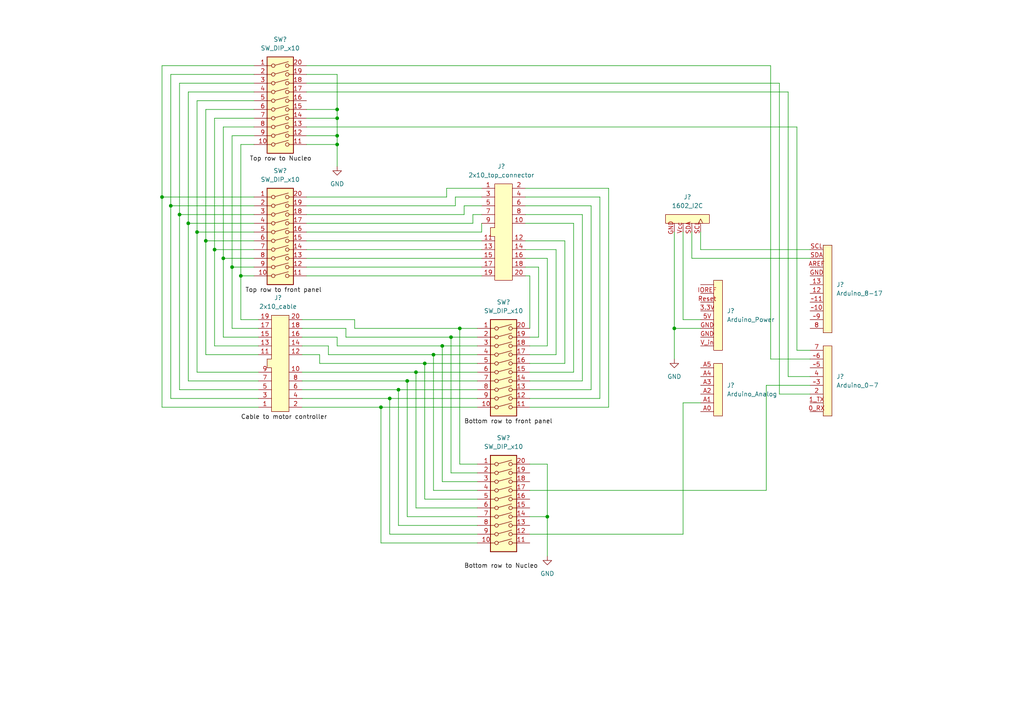
<source format=kicad_sch>
(kicad_sch (version 20211123) (generator eeschema)
  (paper "A4")
  (lib_symbols
    (symbol "Switch:SW_DIP_x10" (pin_names (offset 0) hide)
      (property "Reference" "SW" (at 0 16.51 0))
      (property "Value" "SW_DIP_x10" (at 0 -13.97 0))
      (symbol "SW_DIP_x10_0_0"
        (circle (center -2.032 -10.16) (radius 0.508))
        (circle (center -2.032 -7.62) (radius 0.508))
        (circle (center -2.032 -5.08) (radius 0.508))
        (circle (center -2.032 -2.54) (radius 0.508))
        (circle (center -2.032 0) (radius 0.508))
        (circle (center -2.032 2.54) (radius 0.508))
        (circle (center -2.032 5.08) (radius 0.508))
        (circle (center -2.032 7.62) (radius 0.508))
        (circle (center -2.032 10.16) (radius 0.508))
        (circle (center -2.032 12.7) (radius 0.508))
        (polyline (pts (xy -1.524 -10.0076) (xy 2.3622 -8.9662)))
        (polyline (pts (xy -1.524 -7.4676) (xy 2.3622 -6.4262)))
        (polyline (pts (xy -1.524 -4.9276) (xy 2.3622 -3.8862)))
        (polyline (pts (xy -1.524 -2.3876) (xy 2.3622 -1.3462)))
        (polyline (pts (xy -1.524 0.127) (xy 2.3622 1.1684)))
        (polyline (pts (xy -1.524 2.667) (xy 2.3622 3.7084)))
        (polyline (pts (xy -1.524 5.207) (xy 2.3622 6.2484)))
        (polyline (pts (xy -1.524 7.747) (xy 2.3622 8.7884)))
        (polyline (pts (xy -1.524 10.287) (xy 2.3622 11.3284)))
        (polyline (pts (xy -1.524 12.827) (xy 2.3622 13.8684)))
        (circle (center 2.032 -10.16) (radius 0.508))
        (circle (center 2.032 -7.62) (radius 0.508))
        (circle (center 2.032 -5.08) (radius 0.508))
        (circle (center 2.032 -2.54) (radius 0.508))
        (circle (center 2.032 0) (radius 0.508))
        (circle (center 2.032 2.54) (radius 0.508))
        (circle (center 2.032 5.08) (radius 0.508))
        (circle (center 2.032 7.62) (radius 0.508))
        (circle (center 2.032 10.16) (radius 0.508))
        (circle (center 2.032 12.7) (radius 0.508))
      )
      (symbol "SW_DIP_x10_0_1"
        (rectangle (start -3.81 15.24) (end 3.81 -12.7) (stroke (width 0.254)) (fill (type background)))
      )
      (symbol "SW_DIP_x10_1_1"
        (pin passive line (at -7.62 12.7 0) (length 5.08) (name "~") (number "1"))
        (pin passive line (at -7.62 -10.16 0) (length 5.08) (name "~") (number "10"))
        (pin passive line (at 7.62 -10.16 180) (length 5.08) (name "~") (number "11"))
        (pin passive line (at 7.62 -7.62 180) (length 5.08) (name "~") (number "12"))
        (pin passive line (at 7.62 -5.08 180) (length 5.08) (name "~") (number "13"))
        (pin passive line (at 7.62 -2.54 180) (length 5.08) (name "~") (number "14"))
        (pin passive line (at 7.62 0 180) (length 5.08) (name "~") (number "15"))
        (pin passive line (at 7.62 2.54 180) (length 5.08) (name "~") (number "16"))
        (pin passive line (at 7.62 5.08 180) (length 5.08) (name "~") (number "17"))
        (pin passive line (at 7.62 7.62 180) (length 5.08) (name "~") (number "18"))
        (pin passive line (at 7.62 10.16 180) (length 5.08) (name "~") (number "19"))
        (pin passive line (at -7.62 10.16 0) (length 5.08) (name "~") (number "2"))
        (pin passive line (at 7.62 12.7 180) (length 5.08) (name "~") (number "20"))
        (pin passive line (at -7.62 7.62 0) (length 5.08) (name "~") (number "3"))
        (pin passive line (at -7.62 5.08 0) (length 5.08) (name "~") (number "4"))
        (pin passive line (at -7.62 2.54 0) (length 5.08) (name "~") (number "5"))
        (pin passive line (at -7.62 0 0) (length 5.08) (name "~") (number "6"))
        (pin passive line (at -7.62 -2.54 0) (length 5.08) (name "~") (number "7"))
        (pin passive line (at -7.62 -5.08 0) (length 5.08) (name "~") (number "8"))
        (pin passive line (at -7.62 -7.62 0) (length 5.08) (name "~") (number "9"))
      )
    )
    (symbol "Treadmill:1602_I2C" (pin_names hide)
      (property "Reference" "J" (at 7.62 0 0))
      (property "Value" "1602_I2C" (at 0 2.54 0))
      (symbol "1602_I2C_0_1"
        (rectangle (start -6.35 -1.27) (end 6.35 1.27) (fill (type background)))
      )
      (symbol "1602_I2C_1_1"
        (pin passive line (at -3.81 -3.81 90) (length 2.54) (name "GND") (number "GND"))
        (pin passive clock (at 3.81 -3.81 90) (length 2.54) (name "SCL") (number "SCL"))
        (pin passive line (at 1.27 -3.81 90) (length 2.54) (name "SDA") (number "SDA"))
        (pin power_in line (at -1.27 -3.81 90) (length 2.54) (name "Vcc") (number "Vcc"))
      )
    )
    (symbol "Treadmill:2x10_cable" (pin_names (offset 1.016) hide)
      (property "Reference" "J" (at 0 16.51 0))
      (property "Value" "2x10_cable" (at 0 -16.51 0))
      (symbol "2x10_cable_0_1"
        (polyline (pts (xy -3.81 1.27) (xy -3.81 -1.27) (xy -2.54 -1.27) (xy -2.54 -13.97) (xy 2.54 -13.97) (xy 2.54 13.97) (xy -2.54 13.97) (xy -2.54 1.27) (xy -3.81 1.27)) (fill (type background)))
      )
      (symbol "2x10_cable_1_1"
        (pin passive line (at -6.35 -12.7 0) (length 3.81) (name "Pin_1") (number "1"))
        (pin passive line (at 6.35 -2.54 180) (length 3.81) (name "Pin_10") (number "10"))
        (pin passive line (at -6.35 2.54 0) (length 3.81) (name "Pin_11") (number "11"))
        (pin passive line (at 6.35 2.54 180) (length 3.81) (name "Pin_12") (number "12"))
        (pin passive line (at -6.35 5.08 0) (length 3.81) (name "Pin_13") (number "13"))
        (pin passive line (at 6.35 5.08 180) (length 3.81) (name "Pin_14") (number "14"))
        (pin passive line (at -6.35 7.62 0) (length 3.81) (name "Pin_15") (number "15"))
        (pin passive line (at 6.35 7.62 180) (length 3.81) (name "Pin_16") (number "16"))
        (pin passive line (at -6.35 10.16 0) (length 3.81) (name "Pin_17") (number "17"))
        (pin passive line (at 6.35 10.16 180) (length 3.81) (name "Pin_18") (number "18"))
        (pin passive line (at -6.35 12.7 0) (length 3.81) (name "Pin_19") (number "19"))
        (pin passive line (at 6.35 -12.7 180) (length 3.81) (name "Pin_2") (number "2"))
        (pin passive line (at 6.35 12.7 180) (length 3.81) (name "Pin_20") (number "20"))
        (pin passive line (at -6.35 -10.16 0) (length 3.81) (name "Pin_3") (number "3"))
        (pin passive line (at 6.35 -10.16 180) (length 3.81) (name "Pin_4") (number "4"))
        (pin passive line (at -6.35 -7.62 0) (length 3.81) (name "Pin_5") (number "5"))
        (pin passive line (at 6.35 -7.62 180) (length 3.81) (name "Pin_6") (number "6"))
        (pin passive line (at -6.35 -5.08 0) (length 3.81) (name "Pin_7") (number "7"))
        (pin passive line (at 6.35 -5.08 180) (length 3.81) (name "Pin_8") (number "8"))
        (pin passive line (at -6.35 -2.54 0) (length 3.81) (name "Pin_9") (number "9"))
      )
    )
    (symbol "Treadmill:2x10_top_connector" (pin_names hide)
      (property "Reference" "J" (at 0 15.875 0))
      (property "Value" "2x10_top_connector" (at 0 -16.51 0))
      (symbol "2x10_top_connector_0_1"
        (polyline (pts (xy -3.81 1.27) (xy -3.81 -1.27) (xy -2.54 -1.27) (xy -2.54 -13.97) (xy 2.54 -13.97) (xy 2.54 13.97) (xy -2.54 13.97) (xy -2.54 1.27) (xy -3.81 1.27)) (fill (type background)))
      )
      (symbol "2x10_top_connector_1_1"
        (pin passive line (at -6.35 12.7 0) (length 3.81) (name "Pin_1") (number "1"))
        (pin passive line (at 6.35 2.54 180) (length 3.81) (name "Pin_10") (number "10"))
        (pin passive line (at -6.35 -2.54 0) (length 3.81) (name "Pin_11") (number "11"))
        (pin passive line (at 6.35 -2.54 180) (length 3.81) (name "Pin_12") (number "12"))
        (pin passive line (at -6.35 -5.08 0) (length 3.81) (name "Pin_13") (number "13"))
        (pin passive line (at 6.35 -5.08 180) (length 3.81) (name "Pin_14") (number "14"))
        (pin passive line (at -6.35 -7.62 0) (length 3.81) (name "Pin_15") (number "15"))
        (pin passive line (at 6.35 -7.62 180) (length 3.81) (name "Pin_16") (number "16"))
        (pin passive line (at -6.35 -10.16 0) (length 3.81) (name "Pin_17") (number "17"))
        (pin passive line (at 6.35 -10.16 180) (length 3.81) (name "Pin_18") (number "18"))
        (pin passive line (at -6.35 -12.7 0) (length 3.81) (name "Pin_19") (number "19"))
        (pin passive line (at 6.35 12.7 180) (length 3.81) (name "Pin_2") (number "2"))
        (pin passive line (at 6.35 -12.7 180) (length 3.81) (name "Pin_20") (number "20"))
        (pin passive line (at -6.35 10.16 0) (length 3.81) (name "Pin_3") (number "3"))
        (pin passive line (at 6.35 10.16 180) (length 3.81) (name "Pin_4") (number "4"))
        (pin passive line (at -6.35 7.62 0) (length 3.81) (name "Pin_5") (number "5"))
        (pin passive line (at 6.35 7.62 180) (length 3.81) (name "Pin_6") (number "6"))
        (pin passive line (at -6.35 5.08 0) (length 3.81) (name "Pin_7") (number "7"))
        (pin passive line (at 6.35 5.08 180) (length 3.81) (name "Pin_8") (number "8"))
        (pin passive line (at -6.35 2.54 0) (length 3.81) (name "Pin_9") (number "9"))
      )
    )
    (symbol "Treadmill:Arduino_0-7" (pin_names hide)
      (property "Reference" "J" (at 0 11.43 0))
      (property "Value" "Arduino_0-7" (at 0 -11.43 0))
      (symbol "Arduino_0-7_0_1"
        (rectangle (start -1.27 10.16) (end 1.27 -10.16) (fill (type background)))
      )
      (symbol "Arduino_0-7_1_1"
        (pin passive line (at -5.08 -8.89 0) (length 3.81) (name "Pin_0") (number "0_RX"))
        (pin passive line (at -5.08 -6.35 0) (length 3.81) (name "Pin_1") (number "1_TX"))
        (pin passive line (at -5.08 -3.81 0) (length 3.81) (name "Pin_2") (number "2"))
        (pin passive line (at -5.08 1.27 0) (length 3.81) (name "Pin_4") (number "4"))
        (pin passive line (at -5.08 8.89 0) (length 3.81) (name "Pin_7") (number "7"))
        (pin passive line (at -5.08 -1.27 0) (length 3.81) (name "Pin_3") (number "~3"))
        (pin passive line (at -5.08 3.81 0) (length 3.81) (name "Pin_5") (number "~5"))
        (pin passive line (at -5.08 6.35 0) (length 3.81) (name "Pin_6") (number "~6"))
      )
    )
    (symbol "Treadmill:Arduino_8-17" (pin_names hide)
      (property "Reference" "J" (at 0 13.97 0))
      (property "Value" "Arduino_8-17" (at -1.27 -13.97 0))
      (symbol "Arduino_8-17_0_1"
        (rectangle (start -1.27 12.7) (end 1.27 -12.7) (fill (type background)))
      )
      (symbol "Arduino_8-17_1_1"
        (pin passive line (at -5.08 -1.27 0) (length 3.81) (name "Pin_12") (number "12"))
        (pin passive line (at -5.08 1.27 0) (length 3.81) (name "Pin_13") (number "13"))
        (pin passive line (at -5.08 -11.43 0) (length 3.81) (name "Pin_8") (number "8"))
        (pin passive line (at -5.08 6.35 0) (length 3.81) (name "Pin_15") (number "AREF"))
        (pin passive line (at -5.08 3.81 0) (length 3.81) (name "Pin_14") (number "GND"))
        (pin passive line (at -5.08 11.43 0) (length 3.81) (name "Pin_17") (number "SCL"))
        (pin passive line (at -5.08 8.89 0) (length 3.81) (name "Pin_16") (number "SDA"))
        (pin passive line (at -5.08 -6.35 0) (length 3.81) (name "Pin_10") (number "~10"))
        (pin passive line (at -5.08 -3.81 0) (length 3.81) (name "Pin_11") (number "~11"))
        (pin passive line (at -5.08 -8.89 0) (length 3.81) (name "Pin_9") (number "~9"))
      )
    )
    (symbol "Treadmill:Arduino_Analog" (pin_names hide)
      (property "Reference" "J" (at 0 8.89 0))
      (property "Value" "Arduino_Analog" (at 0 -10.16 0))
      (symbol "Arduino_Analog_0_1"
        (rectangle (start -1.27 7.62) (end 1.27 -7.62) (fill (type background)))
      )
      (symbol "Arduino_Analog_1_1"
        (pin passive line (at -5.08 -6.35 0) (length 3.81) (name "Pin_A0") (number "A0"))
        (pin passive line (at -5.08 -3.81 0) (length 3.81) (name "Pin_A1") (number "A1"))
        (pin passive line (at -5.08 -1.27 0) (length 3.81) (name "Pin_A2") (number "A2"))
        (pin passive line (at -5.08 1.27 0) (length 3.81) (name "Pin_A3") (number "A3"))
        (pin passive line (at -5.08 3.81 0) (length 3.81) (name "Pin_A4") (number "A4"))
        (pin passive line (at -5.08 6.35 0) (length 3.81) (name "Pin_A5") (number "A5"))
      )
    )
    (symbol "Treadmill:Arduino_Power" (pin_names hide)
      (property "Reference" "J" (at 0 11.43 0))
      (property "Value" "Arduino_Power" (at 0 -11.43 0))
      (symbol "Arduino_Power_0_1"
        (rectangle (start -1.27 10.16) (end 1.27 -10.16) (fill (type background)))
      )
      (symbol "Arduino_Power_1_1"
        (pin passive line (at -5.08 8.89 0) (length 3.81) (name "?") (number ""))
        (pin power_out line (at -5.08 1.27 0) (length 3.81) (name "3.3V") (number "3.3V"))
        (pin power_out line (at -5.08 -1.27 0) (length 3.81) (name "5V") (number "5V"))
        (pin passive line (at -5.08 -6.35 0) (length 3.81) (name "GND1") (number "GND"))
        (pin passive line (at -5.08 -3.81 0) (length 3.81) (name "GND2") (number "GND"))
        (pin passive line (at -5.08 6.35 0) (length 3.81) (name "IOREF") (number "IOREF"))
        (pin passive line (at -5.08 3.81 0) (length 3.81) (name "Reset") (number "Reset"))
        (pin power_in line (at -5.08 -8.89 0) (length 3.81) (name "V_in") (number "V_in"))
      )
    )
    (symbol "power:GND" (power) (pin_names (offset 0))
      (property "Value" "GND" (at 0 -3.81 0))
      (symbol "GND_0_1"
        (polyline (pts (xy 0 0) (xy 0 -1.27) (xy 1.27 -1.27) (xy 0 -2.54) (xy -1.27 -1.27) (xy 0 -1.27)))
      )
      (symbol "GND_1_1"
        (pin power_in line (at 0 0 270) (length 0) hide (name "GND") (number "1"))
      )
    )
  )
  (junction (at 133.35 95.25))
  (junction (at 128.27 100.33))
  (junction (at 97.79 41.91))
  (junction (at 59.69 69.85))
  (junction (at 69.85 80.01))
  (junction (at 125.73 102.87))
  (junction (at 113.03 115.57))
  (junction (at 123.19 105.41))
  (junction (at 52.07 62.23))
  (junction (at 57.15 67.31))
  (junction (at 195.58 95.25))
  (junction (at 46.99 57.15))
  (junction (at 97.79 39.37))
  (junction (at 64.77 74.93))
  (junction (at 130.81 97.79))
  (junction (at 97.79 31.75))
  (junction (at 115.57 113.03))
  (junction (at 54.61 64.77))
  (junction (at 97.79 34.29))
  (junction (at 110.49 118.11))
  (junction (at 62.23 72.39))
  (junction (at 49.53 59.69))
  (junction (at 120.65 107.95))
  (junction (at 158.75 149.86))
  (junction (at 67.31 77.47))
  (junction (at 118.11 110.49))
  (wire (pts (xy 203.2 67.31) (xy 203.2 72.39)))
  (wire (pts (xy 87.63 92.71) (xy 102.87 92.71)))
  (wire (pts (xy 195.58 95.25) (xy 203.2 95.25)))
  (wire (pts (xy 69.85 80.01) (xy 73.66 80.01)))
  (wire (pts (xy 74.93 115.57) (xy 49.53 115.57)))
  (wire (pts (xy 223.52 104.14) (xy 234.95 104.14)))
  (wire (pts (xy 88.9 26.67) (xy 228.6 26.67)))
  (wire (pts (xy 134.62 62.23) (xy 134.62 59.69)))
  (wire (pts (xy 166.37 64.77) (xy 166.37 107.95)))
  (wire (pts (xy 95.25 100.33) (xy 95.25 102.87)))
  (wire (pts (xy 54.61 64.77) (xy 73.66 64.77)))
  (wire (pts (xy 88.9 41.91) (xy 97.79 41.91)))
  (wire (pts (xy 87.63 102.87) (xy 92.71 102.87)))
  (wire (pts (xy 100.33 95.25) (xy 100.33 97.79)))
  (wire (pts (xy 115.57 113.03) (xy 138.43 113.03)))
  (wire (pts (xy 139.7 67.31) (xy 139.7 64.77)))
  (wire (pts (xy 120.65 107.95) (xy 138.43 107.95)))
  (wire (pts (xy 67.31 95.25) (xy 67.31 77.47)))
  (wire (pts (xy 62.23 100.33) (xy 62.23 72.39)))
  (wire (pts (xy 228.6 26.67) (xy 228.6 109.22)))
  (wire (pts (xy 110.49 157.48) (xy 110.49 118.11)))
  (wire (pts (xy 88.9 39.37) (xy 97.79 39.37)))
  (wire (pts (xy 138.43 152.4) (xy 115.57 152.4)))
  (wire (pts (xy 46.99 57.15) (xy 46.99 19.05)))
  (wire (pts (xy 156.21 77.47) (xy 152.4 77.47)))
  (wire (pts (xy 113.03 115.57) (xy 138.43 115.57)))
  (wire (pts (xy 100.33 97.79) (xy 130.81 97.79)))
  (wire (pts (xy 64.77 74.93) (xy 73.66 74.93)))
  (wire (pts (xy 46.99 19.05) (xy 73.66 19.05)))
  (wire (pts (xy 195.58 67.31) (xy 195.58 95.25)))
  (wire (pts (xy 74.93 102.87) (xy 59.69 102.87)))
  (wire (pts (xy 64.77 36.83) (xy 73.66 36.83)))
  (wire (pts (xy 152.4 54.61) (xy 176.53 54.61)))
  (wire (pts (xy 54.61 64.77) (xy 54.61 26.67)))
  (wire (pts (xy 87.63 100.33) (xy 95.25 100.33)))
  (wire (pts (xy 200.66 67.31) (xy 200.66 74.93)))
  (wire (pts (xy 234.95 111.76) (xy 222.25 111.76)))
  (wire (pts (xy 88.9 59.69) (xy 132.08 59.69)))
  (wire (pts (xy 138.43 134.62) (xy 133.35 134.62)))
  (wire (pts (xy 198.12 92.71) (xy 203.2 92.71)))
  (wire (pts (xy 64.77 74.93) (xy 64.77 36.83)))
  (wire (pts (xy 52.07 62.23) (xy 73.66 62.23)))
  (wire (pts (xy 153.67 154.94) (xy 198.12 154.94)))
  (wire (pts (xy 158.75 100.33) (xy 158.75 74.93)))
  (wire (pts (xy 52.07 62.23) (xy 52.07 24.13)))
  (wire (pts (xy 195.58 95.25) (xy 195.58 104.14)))
  (wire (pts (xy 153.67 80.01) (xy 152.4 80.01)))
  (wire (pts (xy 153.67 107.95) (xy 166.37 107.95)))
  (wire (pts (xy 54.61 110.49) (xy 54.61 64.77)))
  (wire (pts (xy 67.31 77.47) (xy 73.66 77.47)))
  (wire (pts (xy 176.53 118.11) (xy 153.67 118.11)))
  (wire (pts (xy 203.2 72.39) (xy 234.95 72.39)))
  (wire (pts (xy 49.53 21.59) (xy 73.66 21.59)))
  (wire (pts (xy 153.67 97.79) (xy 156.21 97.79)))
  (wire (pts (xy 74.93 95.25) (xy 67.31 95.25)))
  (wire (pts (xy 198.12 67.31) (xy 198.12 92.71)))
  (wire (pts (xy 130.81 97.79) (xy 130.81 137.16)))
  (wire (pts (xy 87.63 113.03) (xy 115.57 113.03)))
  (wire (pts (xy 74.93 97.79) (xy 64.77 97.79)))
  (wire (pts (xy 138.43 147.32) (xy 120.65 147.32)))
  (wire (pts (xy 200.66 74.93) (xy 234.95 74.93)))
  (wire (pts (xy 49.53 115.57) (xy 49.53 59.69)))
  (wire (pts (xy 158.75 74.93) (xy 152.4 74.93)))
  (wire (pts (xy 87.63 97.79) (xy 97.79 97.79)))
  (wire (pts (xy 64.77 97.79) (xy 64.77 74.93)))
  (wire (pts (xy 158.75 134.62) (xy 158.75 149.86)))
  (wire (pts (xy 152.4 59.69) (xy 171.45 59.69)))
  (wire (pts (xy 52.07 24.13) (xy 73.66 24.13)))
  (wire (pts (xy 137.16 62.23) (xy 139.7 62.23)))
  (wire (pts (xy 74.93 113.03) (xy 52.07 113.03)))
  (wire (pts (xy 49.53 59.69) (xy 73.66 59.69)))
  (wire (pts (xy 128.27 100.33) (xy 138.43 100.33)))
  (wire (pts (xy 153.67 102.87) (xy 161.29 102.87)))
  (wire (pts (xy 163.83 105.41) (xy 163.83 69.85)))
  (wire (pts (xy 223.52 19.05) (xy 223.52 104.14)))
  (wire (pts (xy 57.15 107.95) (xy 57.15 67.31)))
  (wire (pts (xy 88.9 24.13) (xy 226.06 24.13)))
  (wire (pts (xy 115.57 152.4) (xy 115.57 113.03)))
  (wire (pts (xy 120.65 147.32) (xy 120.65 107.95)))
  (wire (pts (xy 46.99 57.15) (xy 73.66 57.15)))
  (wire (pts (xy 138.43 157.48) (xy 110.49 157.48)))
  (wire (pts (xy 138.43 142.24) (xy 125.73 142.24)))
  (wire (pts (xy 74.93 107.95) (xy 57.15 107.95)))
  (wire (pts (xy 88.9 62.23) (xy 134.62 62.23)))
  (wire (pts (xy 173.99 57.15) (xy 152.4 57.15)))
  (wire (pts (xy 88.9 31.75) (xy 97.79 31.75)))
  (wire (pts (xy 67.31 39.37) (xy 73.66 39.37)))
  (wire (pts (xy 97.79 34.29) (xy 97.79 39.37)))
  (wire (pts (xy 118.11 110.49) (xy 138.43 110.49)))
  (wire (pts (xy 46.99 118.11) (xy 46.99 57.15)))
  (wire (pts (xy 161.29 102.87) (xy 161.29 72.39)))
  (wire (pts (xy 137.16 64.77) (xy 137.16 62.23)))
  (wire (pts (xy 88.9 64.77) (xy 137.16 64.77)))
  (wire (pts (xy 176.53 54.61) (xy 176.53 118.11)))
  (wire (pts (xy 88.9 77.47) (xy 139.7 77.47)))
  (wire (pts (xy 152.4 64.77) (xy 166.37 64.77)))
  (wire (pts (xy 132.08 59.69) (xy 132.08 57.15)))
  (wire (pts (xy 69.85 80.01) (xy 69.85 41.91)))
  (wire (pts (xy 74.93 100.33) (xy 62.23 100.33)))
  (wire (pts (xy 198.12 154.94) (xy 198.12 116.84)))
  (wire (pts (xy 125.73 142.24) (xy 125.73 102.87)))
  (wire (pts (xy 102.87 95.25) (xy 133.35 95.25)))
  (wire (pts (xy 113.03 154.94) (xy 113.03 115.57)))
  (wire (pts (xy 130.81 97.79) (xy 138.43 97.79)))
  (wire (pts (xy 88.9 21.59) (xy 97.79 21.59)))
  (wire (pts (xy 158.75 149.86) (xy 153.67 149.86)))
  (wire (pts (xy 88.9 34.29) (xy 97.79 34.29)))
  (wire (pts (xy 118.11 149.86) (xy 118.11 110.49)))
  (wire (pts (xy 231.14 36.83) (xy 231.14 101.6)))
  (wire (pts (xy 153.67 115.57) (xy 173.99 115.57)))
  (wire (pts (xy 92.71 102.87) (xy 92.71 105.41)))
  (wire (pts (xy 97.79 41.91) (xy 97.79 48.26)))
  (wire (pts (xy 133.35 134.62) (xy 133.35 95.25)))
  (wire (pts (xy 49.53 59.69) (xy 49.53 21.59)))
  (wire (pts (xy 153.67 110.49) (xy 168.91 110.49)))
  (wire (pts (xy 97.79 100.33) (xy 128.27 100.33)))
  (wire (pts (xy 74.93 118.11) (xy 46.99 118.11)))
  (wire (pts (xy 222.25 111.76) (xy 222.25 142.24)))
  (wire (pts (xy 87.63 118.11) (xy 110.49 118.11)))
  (wire (pts (xy 153.67 105.41) (xy 163.83 105.41)))
  (wire (pts (xy 138.43 144.78) (xy 123.19 144.78)))
  (wire (pts (xy 171.45 113.03) (xy 153.67 113.03)))
  (wire (pts (xy 74.93 92.71) (xy 69.85 92.71)))
  (wire (pts (xy 97.79 31.75) (xy 97.79 34.29)))
  (wire (pts (xy 57.15 67.31) (xy 73.66 67.31)))
  (wire (pts (xy 153.67 142.24) (xy 222.25 142.24)))
  (wire (pts (xy 226.06 24.13) (xy 226.06 114.3)))
  (wire (pts (xy 128.27 100.33) (xy 128.27 139.7)))
  (wire (pts (xy 87.63 95.25) (xy 100.33 95.25)))
  (wire (pts (xy 168.91 110.49) (xy 168.91 62.23)))
  (wire (pts (xy 88.9 57.15) (xy 129.54 57.15)))
  (wire (pts (xy 59.69 69.85) (xy 59.69 31.75)))
  (wire (pts (xy 67.31 77.47) (xy 67.31 39.37)))
  (wire (pts (xy 158.75 149.86) (xy 158.75 161.29)))
  (wire (pts (xy 173.99 115.57) (xy 173.99 57.15)))
  (wire (pts (xy 62.23 72.39) (xy 73.66 72.39)))
  (wire (pts (xy 132.08 57.15) (xy 139.7 57.15)))
  (wire (pts (xy 123.19 144.78) (xy 123.19 105.41)))
  (wire (pts (xy 59.69 69.85) (xy 73.66 69.85)))
  (wire (pts (xy 57.15 29.21) (xy 73.66 29.21)))
  (wire (pts (xy 69.85 41.91) (xy 73.66 41.91)))
  (wire (pts (xy 88.9 80.01) (xy 139.7 80.01)))
  (wire (pts (xy 97.79 97.79) (xy 97.79 100.33)))
  (wire (pts (xy 88.9 69.85) (xy 139.7 69.85)))
  (wire (pts (xy 138.43 149.86) (xy 118.11 149.86)))
  (wire (pts (xy 198.12 116.84) (xy 203.2 116.84)))
  (wire (pts (xy 52.07 113.03) (xy 52.07 62.23)))
  (wire (pts (xy 138.43 139.7) (xy 128.27 139.7)))
  (wire (pts (xy 59.69 102.87) (xy 59.69 69.85)))
  (wire (pts (xy 129.54 54.61) (xy 139.7 54.61)))
  (wire (pts (xy 87.63 115.57) (xy 113.03 115.57)))
  (wire (pts (xy 163.83 69.85) (xy 152.4 69.85)))
  (wire (pts (xy 95.25 102.87) (xy 125.73 102.87)))
  (wire (pts (xy 138.43 154.94) (xy 113.03 154.94)))
  (wire (pts (xy 88.9 74.93) (xy 139.7 74.93)))
  (wire (pts (xy 129.54 57.15) (xy 129.54 54.61)))
  (wire (pts (xy 152.4 62.23) (xy 168.91 62.23)))
  (wire (pts (xy 97.79 39.37) (xy 97.79 41.91)))
  (wire (pts (xy 88.9 67.31) (xy 139.7 67.31)))
  (wire (pts (xy 54.61 26.67) (xy 73.66 26.67)))
  (wire (pts (xy 92.71 105.41) (xy 123.19 105.41)))
  (wire (pts (xy 156.21 97.79) (xy 156.21 77.47)))
  (wire (pts (xy 87.63 110.49) (xy 118.11 110.49)))
  (wire (pts (xy 161.29 72.39) (xy 152.4 72.39)))
  (wire (pts (xy 102.87 92.71) (xy 102.87 95.25)))
  (wire (pts (xy 88.9 36.83) (xy 231.14 36.83)))
  (wire (pts (xy 134.62 59.69) (xy 139.7 59.69)))
  (wire (pts (xy 88.9 19.05) (xy 223.52 19.05)))
  (wire (pts (xy 59.69 31.75) (xy 73.66 31.75)))
  (wire (pts (xy 125.73 102.87) (xy 138.43 102.87)))
  (wire (pts (xy 57.15 67.31) (xy 57.15 29.21)))
  (wire (pts (xy 138.43 137.16) (xy 130.81 137.16)))
  (wire (pts (xy 171.45 59.69) (xy 171.45 113.03)))
  (wire (pts (xy 153.67 100.33) (xy 158.75 100.33)))
  (wire (pts (xy 226.06 114.3) (xy 234.95 114.3)))
  (wire (pts (xy 62.23 72.39) (xy 62.23 34.29)))
  (wire (pts (xy 87.63 107.95) (xy 120.65 107.95)))
  (wire (pts (xy 74.93 110.49) (xy 54.61 110.49)))
  (wire (pts (xy 69.85 92.71) (xy 69.85 80.01)))
  (wire (pts (xy 97.79 21.59) (xy 97.79 31.75)))
  (wire (pts (xy 153.67 134.62) (xy 158.75 134.62)))
  (wire (pts (xy 123.19 105.41) (xy 138.43 105.41)))
  (wire (pts (xy 228.6 109.22) (xy 234.95 109.22)))
  (wire (pts (xy 88.9 72.39) (xy 139.7 72.39)))
  (wire (pts (xy 110.49 118.11) (xy 138.43 118.11)))
  (wire (pts (xy 153.67 95.25) (xy 153.67 80.01)))
  (wire (pts (xy 62.23 34.29) (xy 73.66 34.29)))
  (wire (pts (xy 133.35 95.25) (xy 138.43 95.25)))
  (wire (pts (xy 231.14 101.6) (xy 234.95 101.6)))
  (label "Top row to front panel" (at 71.12 85.09 0))
  (label "Bottom row to front panel" (at 134.62 123.19 0))
  (label "Cable to motor controller" (at 69.85 121.92 0))
  (label "Top row to Nucleo" (at 72.39 46.99 0))
  (label "Bottom row to Nucleo" (at 134.62 165.1 0))
  (symbol (lib_id "Switch:SW_DIP_x10") (at 146.05 147.32 0) (unit 1)
    (property "Reference" "SW?" (at 146.05 127 0))
    (property "Value" "SW_DIP_x10" (at 146.05 129.54 0))
  )
  (symbol (lib_id "Switch:SW_DIP_x10") (at 81.28 31.75 0) (unit 1)
    (property "Reference" "SW?" (at 81.28 11.43 0))
    (property "Value" "SW_DIP_x10" (at 81.28 13.97 0))
  )
  (symbol (lib_id "power:GND") (at 195.58 104.14 0) (unit 1)
    (property "Reference" "#PWR?" (effects hide))
    (property "Value" "GND" (at 195.58 109.22 0))
  )
  (symbol (lib_id "power:GND") (at 97.79 48.26 0) (unit 1)
    (property "Reference" "#PWR?" (effects hide))
    (property "Value" "GND" (at 97.79 53.34 0))
  )
  (symbol (lib_id "Switch:SW_DIP_x10") (at 81.28 69.85 0) (unit 1)
    (property "Reference" "SW?" (at 81.28 49.53 0))
    (property "Value" "SW_DIP_x10" (at 81.28 52.07 0))
  )
  (symbol (lib_id "Treadmill:Arduino_Power") (at 208.28 91.44 0) (unit 1)
    (property "Reference" "J?" (at 210.82 90.1699 0) (effects (justify left)))
    (property "Value" "Arduino_Power" (at 210.82 92.7099 0) (effects (justify left)))
  )
  (symbol (lib_id "Switch:SW_DIP_x10") (at 146.05 107.95 0) (unit 1)
    (property "Reference" "SW?" (at 146.05 87.63 0))
    (property "Value" "SW_DIP_x10" (at 146.05 90.17 0))
  )
  (symbol (lib_id "Treadmill:1602_I2C") (at 199.39 63.5 0) (unit 1)
    (property "Reference" "J?" (at 199.39 57.15 0))
    (property "Value" "1602_I2C" (at 199.39 59.69 0))
  )
  (symbol (lib_id "Treadmill:Arduino_Analog") (at 208.28 113.03 0) (unit 1)
    (property "Reference" "J?" (at 210.82 111.7599 0) (effects (justify left)))
    (property "Value" "Arduino_Analog" (at 210.82 114.2999 0) (effects (justify left)))
  )
  (symbol (lib_id "power:GND") (at 158.75 161.29 0) (unit 1)
    (property "Reference" "#PWR?" (effects hide))
    (property "Value" "GND" (at 158.75 166.37 0))
  )
  (symbol (lib_id "Treadmill:2x10_cable") (at 81.28 105.41 0) (unit 1)
    (property "Reference" "J?" (at 80.645 86.36 0))
    (property "Value" "2x10_cable" (at 80.645 88.9 0))
  )
  (symbol (lib_id "Treadmill:2x10_top_connector") (at 146.05 67.31 0) (unit 1)
    (property "Reference" "J?" (at 145.415 48.26 0))
    (property "Value" "2x10_top_connector" (at 145.415 50.8 0))
  )
  (symbol (lib_id "Treadmill:Arduino_0-7") (at 240.03 110.49 0) (unit 1)
    (property "Reference" "J?" (at 242.57 109.2199 0) (effects (justify left)))
    (property "Value" "Arduino_0-7" (at 242.57 111.7599 0) (effects (justify left)))
  )
  (symbol (lib_id "Treadmill:Arduino_8-17") (at 240.03 83.82 0) (unit 1)
    (property "Reference" "J?" (at 242.57 82.5499 0) (effects (justify left)))
    (property "Value" "Arduino_8-17" (at 242.57 85.0899 0) (effects (justify left)))
  )
)
</source>
